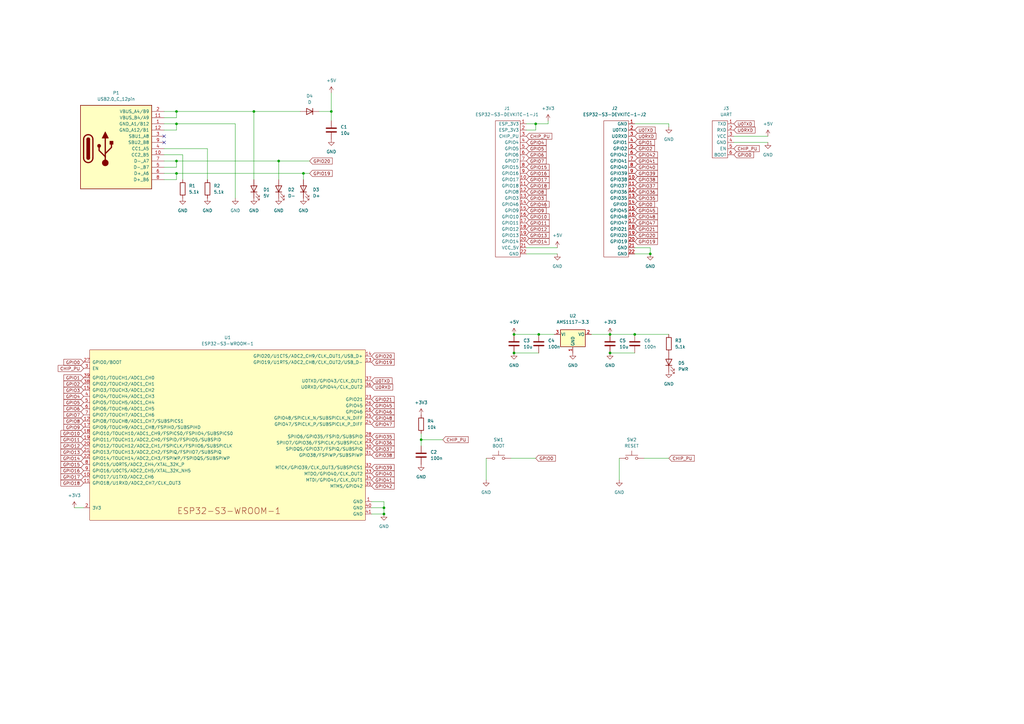
<source format=kicad_sch>
(kicad_sch (version 20211123) (generator eeschema)
  (paper "A3")
  (lib_symbols
    (symbol "$74th:USB2.0_C_12pin" (pin_names (offset 1.016))
      (property "Reference" "P" (at -10.16 19.05 0))
      (property "Value" "USB2.0_C_12pin" (at 12.7 19.05 0))
      (symbol "USB2.0_C_12pin_0_1"
        (rectangle (start -19.05 17.78) (end 10.16 -16.51) (stroke (width 0.254)) (fill (type background)))
        (arc (start -17.78 -3.81) (mid -15.875 -5.715) (end -13.97 -3.81) (stroke (width 0.508)))
        (arc (start -16.51 -3.81) (mid -15.875 -4.445) (end -15.24 -3.81) (stroke (width 0.254)))
        (arc (start -16.51 -3.81) (mid -15.875 -4.445) (end -15.24 -3.81) (stroke (width 0.254)) (fill (type outline)))
        (rectangle (start -16.51 -3.81) (end -15.24 3.81) (stroke (width 0.254)) (fill (type outline)))
        (arc (start -15.24 3.81) (mid -15.875 4.445) (end -16.51 3.81) (stroke (width 0.254)))
        (arc (start -15.24 3.81) (mid -15.875 4.445) (end -16.51 3.81) (stroke (width 0.254)) (fill (type outline)))
        (arc (start -13.97 3.81) (mid -15.875 5.715) (end -17.78 3.81) (stroke (width 0.508)))
        (circle (center -11.43 1.143) (radius 0.635) (stroke (width 0.254)) (fill (type outline)))
        (circle (center -8.89 -5.842) (radius 1.27) (fill (type outline)))
        (rectangle (start -6.985 1.778) (end -5.715 3.048) (stroke (width 0.254)) (fill (type outline)))
        (polyline (pts (xy -17.78 -3.81) (xy -17.78 3.81)) (stroke (width 0.508)))
        (polyline (pts (xy -13.97 3.81) (xy -13.97 -3.81)) (stroke (width 0.508)))
        (polyline (pts (xy -8.89 -5.842) (xy -8.89 4.318)) (stroke (width 0.508)))
        (polyline (pts (xy -8.89 -3.302) (xy -11.43 -0.762) (xy -11.43 0.508)) (stroke (width 0.508)))
        (polyline (pts (xy -8.89 -2.032) (xy -6.35 0.508) (xy -6.35 1.778)) (stroke (width 0.508)))
        (polyline (pts (xy -10.16 4.318) (xy -8.89 6.858) (xy -7.62 4.318) (xy -10.16 4.318)) (stroke (width 0.254)) (fill (type outline)))
      )
      (symbol "USB2.0_C_12pin_1_1"
        (pin power_out line (at 15.24 10.16 180) (length 5.08) (name "GND_A1/B12") (number "1"))
        (pin passive line (at 15.24 -2.54 180) (length 5.08) (name "CC2_B5") (number "10"))
        (pin power_out line (at 15.24 12.7 180) (length 5.08) (name "VBUS_B4/A9") (number "11"))
        (pin power_out line (at 15.24 7.62 180) (length 5.08) (name "GND_A12/B1") (number "12"))
        (pin power_out line (at 15.24 15.24 180) (length 5.08) (name "VBUS_A4/B9") (number "2"))
        (pin passive line (at 15.24 5.08 180) (length 5.08) (name "SBU1_A8") (number "3"))
        (pin passive line (at 15.24 0 180) (length 5.08) (name "CC1_A5") (number "4"))
        (pin bidirectional line (at 15.24 -7.62 180) (length 5.08) (name "D-_B7") (number "5"))
        (pin bidirectional line (at 15.24 -10.16 180) (length 5.08) (name "D+_A6") (number "6"))
        (pin bidirectional line (at 15.24 -5.08 180) (length 5.08) (name "D-_A7") (number "7"))
        (pin bidirectional line (at 15.24 -12.7 180) (length 5.08) (name "D+_B6") (number "8"))
        (pin passive line (at 15.24 2.54 180) (length 5.08) (name "SBU2_B8") (number "9"))
      )
    )
    (symbol "Device:C" (pin_numbers hide) (pin_names (offset 0.254))
      (property "Reference" "C" (at 0.635 2.54 0))
      (property "Value" "C" (at 0.635 -2.54 0))
      (symbol "C_0_1"
        (polyline (pts (xy -2.032 -0.762) (xy 2.032 -0.762)) (stroke (width 0.508)))
        (polyline (pts (xy -2.032 0.762) (xy 2.032 0.762)) (stroke (width 0.508)))
      )
      (symbol "C_1_1"
        (pin passive line (at 0 3.81 270) (length 2.794) (name "~") (number "1"))
        (pin passive line (at 0 -3.81 90) (length 2.794) (name "~") (number "2"))
      )
    )
    (symbol "Device:D" (pin_numbers hide) (pin_names (offset 1.016) hide)
      (property "Reference" "D" (at 0 2.54 0))
      (property "Value" "D" (at 0 -2.54 0))
      (symbol "D_0_1"
        (polyline (pts (xy -1.27 1.27) (xy -1.27 -1.27)) (stroke (width 0.254)))
        (polyline (pts (xy 1.27 0) (xy -1.27 0)))
        (polyline (pts (xy 1.27 1.27) (xy 1.27 -1.27) (xy -1.27 0) (xy 1.27 1.27)) (stroke (width 0.254)))
      )
      (symbol "D_1_1"
        (pin passive line (at -3.81 0 0) (length 2.54) (name "K") (number "1"))
        (pin passive line (at 3.81 0 180) (length 2.54) (name "A") (number "2"))
      )
    )
    (symbol "Device:LED" (pin_numbers hide) (pin_names (offset 1.016) hide)
      (property "Reference" "D" (at 0 2.54 0))
      (property "Value" "LED" (at 0 -2.54 0))
      (symbol "LED_0_1"
        (polyline (pts (xy -1.27 -1.27) (xy -1.27 1.27)) (stroke (width 0.254)))
        (polyline (pts (xy -1.27 0) (xy 1.27 0)))
        (polyline (pts (xy 1.27 -1.27) (xy 1.27 1.27) (xy -1.27 0) (xy 1.27 -1.27)) (stroke (width 0.254)))
        (polyline (pts (xy -3.048 -0.762) (xy -4.572 -2.286) (xy -3.81 -2.286) (xy -4.572 -2.286) (xy -4.572 -1.524)))
        (polyline (pts (xy -1.778 -0.762) (xy -3.302 -2.286) (xy -2.54 -2.286) (xy -3.302 -2.286) (xy -3.302 -1.524)))
      )
      (symbol "LED_1_1"
        (pin passive line (at -3.81 0 0) (length 2.54) (name "K") (number "1"))
        (pin passive line (at 3.81 0 180) (length 2.54) (name "A") (number "2"))
      )
    )
    (symbol "Device:R" (pin_numbers hide) (pin_names (offset 0))
      (property "Reference" "R" (at 2.032 0 90))
      (property "Value" "R" (at 0 0 90))
      (symbol "R_0_1"
        (rectangle (start -1.016 -2.54) (end 1.016 2.54) (stroke (width 0.254)))
      )
      (symbol "R_1_1"
        (pin passive line (at 0 3.81 270) (length 1.27) (name "~") (number "1"))
        (pin passive line (at 0 -3.81 90) (length 1.27) (name "~") (number "2"))
      )
    )
    (symbol "Espressif:ESP32-S3-WROOM-1" (pin_names (offset 1.016))
      (property "Reference" "U" (at 0 35.56 0))
      (property "Value" "ESP32-S3-WROOM-1" (at 0 -36.83 0))
      (symbol "ESP32-S3-WROOM-1_0_0"
        (rectangle (start -57.15 34.29) (end 55.88 -35.56) (fill (type background)))
        (text "ESP32-S3-WROOM-1" (at 0 -31.75 0) (effects (font (size 2.54 2.54))))
        (pin power_in line (at 58.42 -27.94 180) (length 2.54) (name "GND") (number "1"))
        (pin bidirectional line (at -59.69 -17.78 0) (length 2.54) (name "GPIO17/U1TXD/ADC2_CH6") (number "10"))
        (pin bidirectional line (at -59.69 -20.32 0) (length 2.54) (name "GPIO18/U1RXD/ADC2_CH7/CLK_OUT3") (number "11"))
        (pin bidirectional line (at -59.69 5.08 0) (length 2.54) (name "GPIO8/TOUCH8/ADC1_CH7/SUBSPICS1") (number "12"))
        (pin bidirectional line (at 58.42 29.21 180) (length 2.54) (name "GPIO19/U1RTS/ADC2_CH8/CLK_OUT2/USB_D-") (number "13"))
        (pin bidirectional line (at 58.42 31.75 180) (length 2.54) (name "GPIO20/U1CTS/ADC2_CH9/CLK_OUT1/USB_D+") (number "14"))
        (pin bidirectional line (at -59.69 17.78 0) (length 2.54) (name "GPIO3/TOUCH3/ADC1_CH2") (number "15"))
        (pin bidirectional line (at 58.42 8.89 180) (length 2.54) (name "GPIO46") (number "16"))
        (pin bidirectional line (at -59.69 2.54 0) (length 2.54) (name "GPIO9/TOUCH9/ADC1_CH8/FSPIHD/SUBSPIHD") (number "17"))
        (pin bidirectional line (at -59.69 0 0) (length 2.54) (name "GPIO10/TOUCH10/ADC1_CH9/FSPICS0/FSPIIO4/SUBSPICS0") (number "18"))
        (pin bidirectional line (at -59.69 -2.54 0) (length 2.54) (name "GPIO11/TOUCH11/ADC2_CH0/FSPID/FSPIIO5/SUBSPID") (number "19"))
        (pin power_in line (at -59.69 -30.48 0) (length 2.54) (name "3V3") (number "2"))
        (pin bidirectional line (at -59.69 -5.08 0) (length 2.54) (name "GPIO12/TOUCH12/ADC2_CH1/FSPICLK/FSPIIO6/SUBSPICLK") (number "20"))
        (pin bidirectional line (at -59.69 -7.62 0) (length 2.54) (name "GPIO13/TOUCH13/ADC2_CH2/FSPIQ/FSPIIO7/SUBSPIQ") (number "21"))
        (pin bidirectional line (at -59.69 -10.16 0) (length 2.54) (name "GPIO14/TOUCH14/ADC2_CH3/FSPIWP/FSPIDQS/SUBSPIWP") (number "22"))
        (pin bidirectional line (at 58.42 13.97 180) (length 2.54) (name "GPIO21") (number "23"))
        (pin bidirectional line (at 58.42 3.81 180) (length 2.54) (name "GPIO47/SPICLK_P/SUBSPICLK_P_DIFF") (number "24"))
        (pin bidirectional line (at 58.42 6.35 180) (length 2.54) (name "GPIO48/SPICLK_N/SUBSPICLK_N_DIFF") (number "25"))
        (pin bidirectional line (at 58.42 11.43 180) (length 2.54) (name "GPIO45") (number "26"))
        (pin bidirectional line (at -59.69 29.21 0) (length 2.54) (name "GPIO0/BOOT") (number "27"))
        (pin bidirectional line (at 58.42 -1.27 180) (length 2.54) (name "SPIIO6/GPIO35/FSPID/SUBSPID") (number "28"))
        (pin bidirectional line (at 58.42 -3.81 180) (length 2.54) (name "SPIIO7/GPIO36/FSPICLK/SUBSPICLK") (number "29"))
        (pin input line (at -59.69 26.67 0) (length 2.54) (name "EN") (number "3"))
        (pin bidirectional line (at 58.42 -6.35 180) (length 2.54) (name "SPIDQS/GPIO37/FSPIQ/SUBSPIQ") (number "30"))
        (pin bidirectional line (at 58.42 -8.89 180) (length 2.54) (name "GPIO38/FSPIWP/SUBSPIWP") (number "31"))
        (pin bidirectional line (at 58.42 -13.97 180) (length 2.54) (name "MTCK/GPIO39/CLK_OUT3/SUBSPICS1") (number "32"))
        (pin bidirectional line (at 58.42 -16.51 180) (length 2.54) (name "MTDO/GPIO40/CLK_OUT2") (number "33"))
        (pin bidirectional line (at 58.42 -19.05 180) (length 2.54) (name "MTDI/GPIO41/CLK_OUT1") (number "34"))
        (pin bidirectional line (at 58.42 -21.59 180) (length 2.54) (name "MTMS/GPIO42") (number "35"))
        (pin bidirectional line (at 58.42 19.05 180) (length 2.54) (name "U0RXD/GPIO44/CLK_OUT2") (number "36"))
        (pin bidirectional line (at 58.42 21.59 180) (length 2.54) (name "U0TXD/GPIO43/CLK_OUT1") (number "37"))
        (pin bidirectional line (at -59.69 20.32 0) (length 2.54) (name "GPIO2/TOUCH2/ADC1_CH1") (number "38"))
        (pin bidirectional line (at -59.69 22.86 0) (length 2.54) (name "GPIO1/TOUCH1/ADC1_CH0") (number "39"))
        (pin bidirectional line (at -59.69 15.24 0) (length 2.54) (name "GPIO4/TOUCH4/ADC1_CH3") (number "4"))
        (pin power_in line (at 58.42 -30.48 180) (length 2.54) (name "GND") (number "40"))
        (pin power_in line (at 58.42 -33.02 180) (length 2.54) (name "GND") (number "41"))
        (pin bidirectional line (at -59.69 12.7 0) (length 2.54) (name "GPIO5/TOUCH5/ADC1_CH4") (number "5"))
        (pin bidirectional line (at -59.69 10.16 0) (length 2.54) (name "GPIO6/TOUCH6/ADC1_CH5") (number "6"))
        (pin bidirectional line (at -59.69 7.62 0) (length 2.54) (name "GPIO7/TOUCH7/ADC1_CH6") (number "7"))
        (pin bidirectional line (at -59.69 -12.7 0) (length 2.54) (name "GPIO15/U0RTS/ADC2_CH4/XTAL_32K_P") (number "8"))
        (pin bidirectional line (at -59.69 -15.24 0) (length 2.54) (name "GPIO16/U0CTS/ADC2_CH5/XTAL_32K_NH5") (number "9"))
      )
    )
    (symbol "Regulator_Linear:AMS1117-3.3" (pin_names (offset 0.254))
      (property "Reference" "U" (at -3.81 3.175 0))
      (property "Value" "AMS1117-3.3" (at 0 3.175 0))
      (symbol "AMS1117-3.3_0_1"
        (rectangle (start -5.08 -5.08) (end 5.08 1.905) (stroke (width 0.254)) (fill (type background)))
      )
      (symbol "AMS1117-3.3_1_1"
        (pin power_in line (at 0 -7.62 90) (length 2.54) (name "GND") (number "1"))
        (pin power_out line (at 7.62 0 180) (length 2.54) (name "VO") (number "2"))
        (pin power_in line (at -7.62 0 0) (length 2.54) (name "VI") (number "3"))
      )
    )
    (symbol "Switch:SW_Push" (pin_numbers hide) (pin_names (offset 1.016) hide)
      (property "Reference" "SW" (at 1.27 2.54 0))
      (property "Value" "SW_Push" (at 0 -1.524 0))
      (symbol "SW_Push_0_1"
        (circle (center -2.032 0) (radius 0.508))
        (polyline (pts (xy 0 1.27) (xy 0 3.048)))
        (polyline (pts (xy 2.54 1.27) (xy -2.54 1.27)))
        (circle (center 2.032 0) (radius 0.508))
        (pin passive line (at -5.08 0 0) (length 2.54) (name "1") (number "1"))
        (pin passive line (at 5.08 0 180) (length 2.54) (name "2") (number "2"))
      )
    )
    (symbol "esp32-dev-boards:ESP32-S3-DEVKITC-1-J1"
      (property "Reference" "J" (at 0 1.905 0))
      (property "Value" "ESP32-S3-DEVKITC-1-J1" (at 0 5.08 0))
      (symbol "ESP32-S3-DEVKITC-1-J1_0_1"
        (rectangle (start -5.08 0) (end 5.08 -55.88) (stroke (width 0.1524)))
      )
      (symbol "ESP32-S3-DEVKITC-1-J1_1_1"
        (pin power_out line (at 7.62 -1.27 180) (length 2.54) (name "ESP_3V3") (number "1"))
        (pin bidirectional line (at 7.62 -24.13 180) (length 2.54) (name "GPIO17") (number "10"))
        (pin bidirectional line (at 7.62 -26.67 180) (length 2.54) (name "GPIO18") (number "11"))
        (pin bidirectional line (at 7.62 -29.21 180) (length 2.54) (name "GPIO8") (number "12"))
        (pin bidirectional line (at 7.62 -31.75 180) (length 2.54) (name "GPIO3") (number "13"))
        (pin bidirectional line (at 7.62 -34.29 180) (length 2.54) (name "GPIO46") (number "14"))
        (pin bidirectional line (at 7.62 -36.83 180) (length 2.54) (name "GPIO9") (number "15"))
        (pin bidirectional line (at 7.62 -39.37 180) (length 2.54) (name "GPIO10") (number "16"))
        (pin bidirectional line (at 7.62 -41.91 180) (length 2.54) (name "GPIO11") (number "17"))
        (pin bidirectional line (at 7.62 -44.45 180) (length 2.54) (name "GPIO12") (number "18"))
        (pin bidirectional line (at 7.62 -46.99 180) (length 2.54) (name "GPIO13") (number "19"))
        (pin power_out line (at 7.62 -3.81 180) (length 2.54) (name "ESP_3V3") (number "2"))
        (pin bidirectional line (at 7.62 -49.53 180) (length 2.54) (name "GPIO14") (number "20"))
        (pin power_out line (at 7.62 -52.07 180) (length 2.54) (name "VCC_5V") (number "21"))
        (pin power_out line (at 7.62 -54.61 180) (length 2.54) (name "GND") (number "22"))
        (pin input line (at 7.62 -6.35 180) (length 2.54) (name "CHIP_PU") (number "3"))
        (pin bidirectional line (at 7.62 -8.89 180) (length 2.54) (name "GPIO4") (number "4"))
        (pin bidirectional line (at 7.62 -11.43 180) (length 2.54) (name "GPIO5") (number "5"))
        (pin bidirectional line (at 7.62 -13.97 180) (length 2.54) (name "GPIO6") (number "6"))
        (pin bidirectional line (at 7.62 -16.51 180) (length 2.54) (name "GPIO7") (number "7"))
        (pin bidirectional line (at 7.62 -19.05 180) (length 2.54) (name "GPIO15") (number "8"))
        (pin bidirectional line (at 7.62 -21.59 180) (length 2.54) (name "GPIO16") (number "9"))
      )
    )
    (symbol "esp32-dev-boards:ESP32-S3-DEVKITC-1-J2"
      (property "Reference" "J" (at 1.905 1.905 0))
      (property "Value" "ESP32-S3-DEVKITC-1-J2" (at 1.905 4.445 0))
      (symbol "ESP32-S3-DEVKITC-1-J2_0_1"
        (rectangle (start -5.08 0) (end 5.08 -55.88) (stroke (width 0.1524)))
      )
      (symbol "ESP32-S3-DEVKITC-1-J2_1_1"
        (pin power_out line (at 7.62 -1.27 180) (length 2.54) (name "GND") (number "1"))
        (pin bidirectional line (at 7.62 -24.13 180) (length 2.54) (name "GPIO38") (number "10"))
        (pin bidirectional line (at 7.62 -26.67 180) (length 2.54) (name "GPIO37") (number "11"))
        (pin bidirectional line (at 7.62 -29.21 180) (length 2.54) (name "GPIO36") (number "12"))
        (pin bidirectional line (at 7.62 -31.75 180) (length 2.54) (name "GPIO35") (number "13"))
        (pin bidirectional line (at 7.62 -34.29 180) (length 2.54) (name "GPIO0") (number "14"))
        (pin bidirectional line (at 7.62 -36.83 180) (length 2.54) (name "GPIO45") (number "15"))
        (pin bidirectional line (at 7.62 -39.37 180) (length 2.54) (name "GPIO48") (number "16"))
        (pin bidirectional line (at 7.62 -41.91 180) (length 2.54) (name "GPIO47") (number "17"))
        (pin bidirectional line (at 7.62 -44.45 180) (length 2.54) (name "GPIO21") (number "18"))
        (pin bidirectional line (at 7.62 -46.99 180) (length 2.54) (name "GPIO20") (number "19"))
        (pin output line (at 7.62 -3.81 180) (length 2.54) (name "U0TXD") (number "2"))
        (pin bidirectional line (at 7.62 -49.53 180) (length 2.54) (name "GPIO19") (number "20"))
        (pin power_out line (at 7.62 -52.07 180) (length 2.54) (name "GND") (number "21"))
        (pin power_out line (at 7.62 -54.61 180) (length 2.54) (name "GND") (number "22"))
        (pin input line (at 7.62 -6.35 180) (length 2.54) (name "U0RXD") (number "3"))
        (pin bidirectional line (at 7.62 -8.89 180) (length 2.54) (name "GPIO1") (number "4"))
        (pin bidirectional line (at 7.62 -11.43 180) (length 2.54) (name "GPIO2") (number "5"))
        (pin bidirectional line (at 7.62 -13.97 180) (length 2.54) (name "GPIO42") (number "6"))
        (pin bidirectional line (at 7.62 -16.51 180) (length 2.54) (name "GPIO41") (number "7"))
        (pin bidirectional line (at 7.62 -19.05 180) (length 2.54) (name "GPIO40") (number "8"))
        (pin bidirectional line (at 7.62 -21.59 180) (length 2.54) (name "GPIO39") (number "9"))
      )
    )
    (symbol "esp32-dev-boards:UART"
      (property "Reference" "J" (at 0 1.27 0))
      (property "Value" "UART" (at 0 2.54 0))
      (symbol "UART_0_1"
        (rectangle (start 2.54 0) (end -3.81 -15.24) (stroke (width 0.1524)))
        (rectangle (start 7.62 -1.27) (end 7.62 -1.27) (stroke (width 0.1524)))
        (rectangle (start 7.62 -1.27) (end 7.62 -1.27) (stroke (width 0.1524)))
      )
      (symbol "UART_1_1"
        (pin output line (at 5.08 -1.27 180) (length 2.54) (name "TXD") (number "1"))
        (pin input line (at 5.08 -3.81 180) (length 2.54) (name "RXD") (number "2"))
        (pin power_in line (at 5.08 -6.35 180) (length 2.54) (name "VCC") (number "3"))
        (pin power_in line (at 5.08 -8.89 180) (length 2.54) (name "GND") (number "4"))
        (pin input line (at 5.08 -11.43 180) (length 2.54) (name "EN") (number "5"))
        (pin input line (at 5.08 -13.97 180) (length 2.54) (name "BOOT") (number "6"))
      )
    )
    (symbol "power:+3V3" (power) (pin_names (offset 0))
      (property "Value" "+3V3" (at 0 3.556 0))
      (symbol "+3V3_0_1"
        (polyline (pts (xy -0.762 1.27) (xy 0 2.54)))
        (polyline (pts (xy 0 0) (xy 0 2.54)))
        (polyline (pts (xy 0 2.54) (xy 0.762 1.27)))
      )
      (symbol "+3V3_1_1"
        (pin power_in line (at 0 0 90) (length 0) hide (name "+3V3") (number "1"))
      )
    )
    (symbol "power:+5V" (power) (pin_names (offset 0))
      (property "Value" "+5V" (at 0 3.556 0))
      (symbol "+5V_0_1"
        (polyline (pts (xy -0.762 1.27) (xy 0 2.54)))
        (polyline (pts (xy 0 0) (xy 0 2.54)))
        (polyline (pts (xy 0 2.54) (xy 0.762 1.27)))
      )
      (symbol "+5V_1_1"
        (pin power_in line (at 0 0 90) (length 0) hide (name "+5V") (number "1"))
      )
    )
    (symbol "power:GND" (power) (pin_names (offset 0))
      (property "Value" "GND" (at 0 -3.81 0))
      (symbol "GND_0_1"
        (polyline (pts (xy 0 0) (xy 0 -1.27) (xy 1.27 -1.27) (xy 0 -2.54) (xy -1.27 -1.27) (xy 0 -1.27)))
      )
      (symbol "GND_1_1"
        (pin power_in line (at 0 0 270) (length 0) hide (name "GND") (number "1"))
      )
    )
  )
  (junction (at 135.89 45.72))
  (junction (at 220.98 137.16))
  (junction (at 72.39 50.8))
  (junction (at 157.48 208.28))
  (junction (at 210.82 144.78))
  (junction (at 210.82 137.16))
  (junction (at 72.39 45.72))
  (junction (at 219.71 50.8))
  (junction (at 250.19 137.16))
  (junction (at 72.39 71.12))
  (junction (at 260.35 137.16))
  (junction (at 104.14 45.72))
  (junction (at 157.48 210.82))
  (junction (at 124.46 71.12))
  (junction (at 172.72 180.34))
  (junction (at 250.19 144.78))
  (junction (at 72.39 66.04))
  (junction (at 114.3 66.04))
  (junction (at 266.7 104.14))
  (no_connect (at 67.31 58.42))
  (no_connect (at 67.31 55.88))
  (wire (pts (xy 152.4 210.82) (xy 157.48 210.82)))
  (wire (pts (xy 135.89 38.1) (xy 135.89 45.72)))
  (wire (pts (xy 67.31 73.66) (xy 72.39 73.66)))
  (wire (pts (xy 210.82 137.16) (xy 220.98 137.16)))
  (wire (pts (xy 260.35 137.16) (xy 274.32 137.16)))
  (wire (pts (xy 67.31 50.8) (xy 72.39 50.8)))
  (wire (pts (xy 264.16 187.96) (xy 274.32 187.96)))
  (wire (pts (xy 67.31 63.5) (xy 74.93 63.5)))
  (wire (pts (xy 67.31 71.12) (xy 72.39 71.12)))
  (wire (pts (xy 242.57 137.16) (xy 250.19 137.16)))
  (wire (pts (xy 260.35 50.8) (xy 274.32 50.8)))
  (wire (pts (xy 215.9 104.14) (xy 228.6 104.14)))
  (wire (pts (xy 67.31 53.34) (xy 72.39 53.34)))
  (wire (pts (xy 215.9 101.6) (xy 228.6 101.6)))
  (wire (pts (xy 300.99 58.42) (xy 314.96 58.42)))
  (wire (pts (xy 152.4 205.74) (xy 157.48 205.74)))
  (wire (pts (xy 219.71 50.8) (xy 224.79 50.8)))
  (wire (pts (xy 72.39 53.34) (xy 72.39 50.8)))
  (wire (pts (xy 210.82 144.78) (xy 220.98 144.78)))
  (wire (pts (xy 215.9 50.8) (xy 219.71 50.8)))
  (wire (pts (xy 135.89 45.72) (xy 135.89 49.53)))
  (wire (pts (xy 72.39 68.58) (xy 72.39 66.04)))
  (wire (pts (xy 224.79 50.8) (xy 224.79 49.53)))
  (wire (pts (xy 172.72 180.34) (xy 181.61 180.34)))
  (wire (pts (xy 260.35 104.14) (xy 266.7 104.14)))
  (wire (pts (xy 250.19 144.78) (xy 260.35 144.78)))
  (wire (pts (xy 250.19 137.16) (xy 260.35 137.16)))
  (wire (pts (xy 172.72 180.34) (xy 172.72 177.8)))
  (wire (pts (xy 67.31 48.26) (xy 72.39 48.26)))
  (wire (pts (xy 260.35 101.6) (xy 266.7 101.6)))
  (wire (pts (xy 72.39 73.66) (xy 72.39 71.12)))
  (wire (pts (xy 72.39 66.04) (xy 114.3 66.04)))
  (wire (pts (xy 254 187.96) (xy 254 196.85)))
  (wire (pts (xy 124.46 71.12) (xy 124.46 73.66)))
  (wire (pts (xy 199.39 187.96) (xy 199.39 196.85)))
  (wire (pts (xy 114.3 66.04) (xy 114.3 73.66)))
  (wire (pts (xy 30.48 208.28) (xy 34.29 208.28)))
  (wire (pts (xy 152.4 208.28) (xy 157.48 208.28)))
  (wire (pts (xy 67.31 45.72) (xy 72.39 45.72)))
  (wire (pts (xy 209.55 187.96) (xy 219.71 187.96)))
  (wire (pts (xy 67.31 60.96) (xy 85.09 60.96)))
  (wire (pts (xy 72.39 50.8) (xy 96.52 50.8)))
  (wire (pts (xy 114.3 66.04) (xy 127 66.04)))
  (wire (pts (xy 124.46 71.12) (xy 127 71.12)))
  (wire (pts (xy 274.32 50.8) (xy 274.32 52.07)))
  (wire (pts (xy 220.98 137.16) (xy 227.33 137.16)))
  (wire (pts (xy 72.39 71.12) (xy 124.46 71.12)))
  (wire (pts (xy 67.31 66.04) (xy 72.39 66.04)))
  (wire (pts (xy 215.9 53.34) (xy 219.71 53.34)))
  (wire (pts (xy 85.09 60.96) (xy 85.09 73.66)))
  (wire (pts (xy 67.31 68.58) (xy 72.39 68.58)))
  (wire (pts (xy 266.7 101.6) (xy 266.7 104.14)))
  (wire (pts (xy 72.39 45.72) (xy 72.39 48.26)))
  (wire (pts (xy 104.14 45.72) (xy 123.19 45.72)))
  (wire (pts (xy 72.39 45.72) (xy 104.14 45.72)))
  (wire (pts (xy 172.72 182.88) (xy 172.72 180.34)))
  (wire (pts (xy 219.71 53.34) (xy 219.71 50.8)))
  (wire (pts (xy 74.93 63.5) (xy 74.93 73.66)))
  (wire (pts (xy 96.52 50.8) (xy 96.52 81.28)))
  (wire (pts (xy 130.81 45.72) (xy 135.89 45.72)))
  (wire (pts (xy 300.99 55.88) (xy 314.96 55.88)))
  (wire (pts (xy 157.48 208.28) (xy 157.48 210.82)))
  (wire (pts (xy 157.48 205.74) (xy 157.48 208.28)))
  (wire (pts (xy 104.14 45.72) (xy 104.14 73.66)))
  (global_label "GPIO11" (shape input) (at 215.9 91.44 0) (property "Intersheet References" "${INTERSHEET_REFS}" (effects hide)))
  (global_label "U0TXD" (shape input) (at 260.35 53.34 0) (property "Intersheet References" "${INTERSHEET_REFS}" (effects hide)))
  (global_label "GPIO35" (shape input) (at 260.35 81.28 0) (property "Intersheet References" "${INTERSHEET_REFS}" (effects hide)))
  (global_label "GPIO39" (shape input) (at 260.35 71.12 0) (property "Intersheet References" "${INTERSHEET_REFS}" (effects hide)))
  (global_label "GPIO2" (shape input) (at 34.29 157.48 180) (property "Intersheet References" "${INTERSHEET_REFS}" (effects hide)))
  (global_label "GPIO19" (shape input) (at 260.35 99.06 0) (property "Intersheet References" "${INTERSHEET_REFS}" (effects hide)))
  (global_label "GPIO0" (shape input) (at 219.71 187.96 0) (property "Intersheet References" "${INTERSHEET_REFS}" (effects hide)))
  (global_label "GPIO18" (shape input) (at 34.29 198.12 180) (property "Intersheet References" "${INTERSHEET_REFS}" (effects hide)))
  (global_label "GPIO42" (shape input) (at 152.4 199.39 0) (property "Intersheet References" "${INTERSHEET_REFS}" (effects hide)))
  (global_label "GPIO2" (shape input) (at 260.35 60.96 0) (property "Intersheet References" "${INTERSHEET_REFS}" (effects hide)))
  (global_label "GPIO20" (shape input) (at 152.4 146.05 0) (property "Intersheet References" "${INTERSHEET_REFS}" (effects hide)))
  (global_label "GPIO38" (shape input) (at 260.35 73.66 0) (property "Intersheet References" "${INTERSHEET_REFS}" (effects hide)))
  (global_label "GPIO14" (shape input) (at 215.9 99.06 0) (property "Intersheet References" "${INTERSHEET_REFS}" (effects hide)))
  (global_label "GPIO41" (shape input) (at 152.4 196.85 0) (property "Intersheet References" "${INTERSHEET_REFS}" (effects hide)))
  (global_label "GPIO3" (shape input) (at 34.29 160.02 180) (property "Intersheet References" "${INTERSHEET_REFS}" (effects hide)))
  (global_label "GPIO5" (shape input) (at 215.9 60.96 0) (property "Intersheet References" "${INTERSHEET_REFS}" (effects hide)))
  (global_label "GPIO19" (shape input) (at 152.4 148.59 0) (property "Intersheet References" "${INTERSHEET_REFS}" (effects hide)))
  (global_label "GPIO41" (shape input) (at 260.35 66.04 0) (property "Intersheet References" "${INTERSHEET_REFS}" (effects hide)))
  (global_label "GPIO14" (shape input) (at 34.29 187.96 180) (property "Intersheet References" "${INTERSHEET_REFS}" (effects hide)))
  (global_label "GPIO48" (shape input) (at 152.4 171.45 0) (property "Intersheet References" "${INTERSHEET_REFS}" (effects hide)))
  (global_label "GPIO16" (shape input) (at 215.9 71.12 0) (property "Intersheet References" "${INTERSHEET_REFS}" (effects hide)))
  (global_label "CHIP_PU" (shape input) (at 181.61 180.34 0) (property "Intersheet References" "${INTERSHEET_REFS}" (effects hide)))
  (global_label "GPIO47" (shape input) (at 260.35 91.44 0) (property "Intersheet References" "${INTERSHEET_REFS}" (effects hide)))
  (global_label "GPIO47" (shape input) (at 152.4 173.99 0) (property "Intersheet References" "${INTERSHEET_REFS}" (effects hide)))
  (global_label "GPIO15" (shape input) (at 215.9 68.58 0) (property "Intersheet References" "${INTERSHEET_REFS}" (effects hide)))
  (global_label "GPIO19" (shape input) (at 127 71.12 0) (property "Intersheet References" "${INTERSHEET_REFS}" (effects hide)))
  (global_label "GPIO12" (shape input) (at 215.9 93.98 0) (property "Intersheet References" "${INTERSHEET_REFS}" (effects hide)))
  (global_label "GPIO10" (shape input) (at 34.29 177.8 180) (property "Intersheet References" "${INTERSHEET_REFS}" (effects hide)))
  (global_label "GPIO37" (shape input) (at 260.35 76.2 0) (property "Intersheet References" "${INTERSHEET_REFS}" (effects hide)))
  (global_label "GPIO17" (shape input) (at 215.9 73.66 0) (property "Intersheet References" "${INTERSHEET_REFS}" (effects hide)))
  (global_label "GPIO20" (shape input) (at 260.35 96.52 0) (property "Intersheet References" "${INTERSHEET_REFS}" (effects hide)))
  (global_label "GPIO46" (shape input) (at 152.4 168.91 0) (property "Intersheet References" "${INTERSHEET_REFS}" (effects hide)))
  (global_label "GPIO48" (shape input) (at 260.35 88.9 0) (property "Intersheet References" "${INTERSHEET_REFS}" (effects hide)))
  (global_label "GPIO6" (shape input) (at 215.9 63.5 0) (property "Intersheet References" "${INTERSHEET_REFS}" (effects hide)))
  (global_label "GPIO21" (shape input) (at 152.4 163.83 0) (property "Intersheet References" "${INTERSHEET_REFS}" (effects hide)))
  (global_label "GPIO45" (shape input) (at 260.35 86.36 0) (property "Intersheet References" "${INTERSHEET_REFS}" (effects hide)))
  (global_label "CHIP_PU" (shape input) (at 34.29 151.13 180) (property "Intersheet References" "${INTERSHEET_REFS}" (effects hide)))
  (global_label "GPIO0" (shape input) (at 260.35 83.82 0) (property "Intersheet References" "${INTERSHEET_REFS}" (effects hide)))
  (global_label "CHIP_PU" (shape input) (at 215.9 55.88 0) (property "Intersheet References" "${INTERSHEET_REFS}" (effects hide)))
  (global_label "GPIO13" (shape input) (at 34.29 185.42 180) (property "Intersheet References" "${INTERSHEET_REFS}" (effects hide)))
  (global_label "GPIO7" (shape input) (at 34.29 170.18 180) (property "Intersheet References" "${INTERSHEET_REFS}" (effects hide)))
  (global_label "GPIO16" (shape input) (at 34.29 193.04 180) (property "Intersheet References" "${INTERSHEET_REFS}" (effects hide)))
  (global_label "GPIO36" (shape input) (at 260.35 78.74 0) (property "Intersheet References" "${INTERSHEET_REFS}" (effects hide)))
  (global_label "GPIO9" (shape input) (at 215.9 86.36 0) (property "Intersheet References" "${INTERSHEET_REFS}" (effects hide)))
  (global_label "U0RXD" (shape input) (at 260.35 55.88 0) (property "Intersheet References" "${INTERSHEET_REFS}" (effects hide)))
  (global_label "GPIO42" (shape input) (at 260.35 63.5 0) (property "Intersheet References" "${INTERSHEET_REFS}" (effects hide)))
  (global_label "GPIO4" (shape input) (at 34.29 162.56 180) (property "Intersheet References" "${INTERSHEET_REFS}" (effects hide)))
  (global_label "GPIO0" (shape input) (at 34.29 148.59 180) (property "Intersheet References" "${INTERSHEET_REFS}" (effects hide)))
  (global_label "GPIO40" (shape input) (at 152.4 194.31 0) (property "Intersheet References" "${INTERSHEET_REFS}" (effects hide)))
  (global_label "GPIO18" (shape input) (at 215.9 76.2 0) (property "Intersheet References" "${INTERSHEET_REFS}" (effects hide)))
  (global_label "GPIO10" (shape input) (at 215.9 88.9 0) (property "Intersheet References" "${INTERSHEET_REFS}" (effects hide)))
  (global_label "GPIO46" (shape input) (at 215.9 83.82 0) (property "Intersheet References" "${INTERSHEET_REFS}" (effects hide)))
  (global_label "GPIO1" (shape input) (at 34.29 154.94 180) (property "Intersheet References" "${INTERSHEET_REFS}" (effects hide)))
  (global_label "U0TXD" (shape input) (at 300.99 50.8 0) (property "Intersheet References" "${INTERSHEET_REFS}" (effects hide)))
  (global_label "GPIO38" (shape input) (at 152.4 186.69 0) (property "Intersheet References" "${INTERSHEET_REFS}" (effects hide)))
  (global_label "GPIO6" (shape input) (at 34.29 167.64 180) (property "Intersheet References" "${INTERSHEET_REFS}" (effects hide)))
  (global_label "GPIO13" (shape input) (at 215.9 96.52 0) (property "Intersheet References" "${INTERSHEET_REFS}" (effects hide)))
  (global_label "GPIO4" (shape input) (at 215.9 58.42 0) (property "Intersheet References" "${INTERSHEET_REFS}" (effects hide)))
  (global_label "GPIO21" (shape input) (at 260.35 93.98 0) (property "Intersheet References" "${INTERSHEET_REFS}" (effects hide)))
  (global_label "CHIP_PU" (shape input) (at 300.99 60.96 0) (property "Intersheet References" "${INTERSHEET_REFS}" (effects hide)))
  (global_label "GPIO3" (shape input) (at 215.9 81.28 0) (property "Intersheet References" "${INTERSHEET_REFS}" (effects hide)))
  (global_label "GPIO39" (shape input) (at 152.4 191.77 0) (property "Intersheet References" "${INTERSHEET_REFS}" (effects hide)))
  (global_label "GPIO11" (shape input) (at 34.29 180.34 180) (property "Intersheet References" "${INTERSHEET_REFS}" (effects hide)))
  (global_label "GPIO9" (shape input) (at 34.29 175.26 180) (property "Intersheet References" "${INTERSHEET_REFS}" (effects hide)))
  (global_label "GPIO45" (shape input) (at 152.4 166.37 0) (property "Intersheet References" "${INTERSHEET_REFS}" (effects hide)))
  (global_label "GPIO40" (shape input) (at 260.35 68.58 0) (property "Intersheet References" "${INTERSHEET_REFS}" (effects hide)))
  (global_label "GPIO5" (shape input) (at 34.29 165.1 180) (property "Intersheet References" "${INTERSHEET_REFS}" (effects hide)))
  (global_label "GPIO37" (shape input) (at 152.4 184.15 0) (property "Intersheet References" "${INTERSHEET_REFS}" (effects hide)))
  (global_label "GPIO35" (shape input) (at 152.4 179.07 0) (property "Intersheet References" "${INTERSHEET_REFS}" (effects hide)))
  (global_label "CHIP_PU" (shape input) (at 274.32 187.96 0) (property "Intersheet References" "${INTERSHEET_REFS}" (effects hide)))
  (global_label "GPIO36" (shape input) (at 152.4 181.61 0) (property "Intersheet References" "${INTERSHEET_REFS}" (effects hide)))
  (global_label "GPIO0" (shape input) (at 300.99 63.5 0) (property "Intersheet References" "${INTERSHEET_REFS}" (effects hide)))
  (global_label "GPIO8" (shape input) (at 215.9 78.74 0) (property "Intersheet References" "${INTERSHEET_REFS}" (effects hide)))
  (global_label "U0RXD" (shape input) (at 152.4 158.75 0) (property "Intersheet References" "${INTERSHEET_REFS}" (effects hide)))
  (global_label "GPIO8" (shape input) (at 34.29 172.72 180) (property "Intersheet References" "${INTERSHEET_REFS}" (effects hide)))
  (global_label "GPIO20" (shape input) (at 127 66.04 0) (property "Intersheet References" "${INTERSHEET_REFS}" (effects hide)))
  (global_label "U0RXD" (shape input) (at 300.99 53.34 0) (property "Intersheet References" "${INTERSHEET_REFS}" (effects hide)))
  (global_label "GPIO12" (shape input) (at 34.29 182.88 180) (property "Intersheet References" "${INTERSHEET_REFS}" (effects hide)))
  (global_label "GPIO7" (shape input) (at 215.9 66.04 0) (property "Intersheet References" "${INTERSHEET_REFS}" (effects hide)))
  (global_label "U0TXD" (shape input) (at 152.4 156.21 0) (property "Intersheet References" "${INTERSHEET_REFS}" (effects hide)))
  (global_label "GPIO17" (shape input) (at 34.29 195.58 180) (property "Intersheet References" "${INTERSHEET_REFS}" (effects hide)))
  (global_label "GPIO15" (shape input) (at 34.29 190.5 180) (property "Intersheet References" "${INTERSHEET_REFS}" (effects hide)))
  (global_label "GPIO1" (shape input) (at 260.35 58.42 0) (property "Intersheet References" "${INTERSHEET_REFS}" (effects hide)))
  (symbol (lib_id "Device:D") (at 127 45.72 180) (unit 1)
    (property "Reference" "D4" (at 127 39.37 0))
    (property "Value" "D" (at 127 41.91 0))
    (property "Footprint" "Diode_SMD:D_SMA" (effects hide))
  )
  (symbol (lib_id "power:GND") (at 234.95 144.78 0) (unit 1)
    (property "Reference" "#PWR018" (effects hide))
    (property "Value" "GND" (at 234.95 149.86 0))
  )
  (symbol (lib_id "Device:R") (at 74.93 77.47 0) (unit 1)
    (property "Reference" "R1" (at 77.47 76.1999 0) (effects (justify left)))
    (property "Value" "5.1k" (at 77.47 78.7399 0) (effects (justify left)))
    (property "Footprint" "Resistor_SMD:R_0805_2012Metric_Pad1.20x1.40mm_HandSolder" (effects hide))
  )
  (symbol (lib_id "power:GND") (at 114.3 81.28 0) (unit 1)
    (property "Reference" "#PWR07" (effects hide))
    (property "Value" "GND" (at 114.3 86.36 0))
  )
  (symbol (lib_id "Device:C") (at 172.72 186.69 0) (unit 1)
    (property "Reference" "C2" (at 176.53 185.4199 0) (effects (justify left)))
    (property "Value" "100n" (at 176.53 187.9599 0) (effects (justify left)))
    (property "Footprint" "Capacitor_SMD:C_0805_2012Metric_Pad1.18x1.45mm_HandSolder" (effects hide))
  )
  (symbol (lib_id "Regulator_Linear:AMS1117-3.3") (at 234.95 137.16 0) (unit 1)
    (property "Reference" "U2" (at 234.95 129.54 0))
    (property "Value" "AMS1117-3.3" (at 234.95 132.08 0))
    (property "Footprint" "Package_TO_SOT_SMD:SOT-223-3_TabPin2" (effects hide))
    (property "Datasheet" "http://www.advanced-monolithic.com/pdf/ds1117.pdf" (effects hide))
  )
  (symbol (lib_id "power:GND") (at 74.93 81.28 0) (unit 1)
    (property "Reference" "#PWR02" (effects hide))
    (property "Value" "GND" (at 74.93 86.36 0))
  )
  (symbol (lib_id "Switch:SW_Push") (at 259.08 187.96 0) (unit 1)
    (property "Reference" "SW2" (at 259.08 180.34 0))
    (property "Value" "RESET" (at 259.08 182.88 0))
    (property "Footprint" "esp32-dev-boards:SKRPABE010" (effects hide))
  )
  (symbol (lib_id "power:GND") (at 85.09 81.28 0) (unit 1)
    (property "Reference" "#PWR03" (effects hide))
    (property "Value" "GND" (at 85.09 86.36 0))
  )
  (symbol (lib_id "Device:LED") (at 274.32 148.59 90) (unit 1)
    (property "Reference" "D5" (at 278.13 148.9074 90) (effects (justify right)))
    (property "Value" "PWR" (at 278.13 151.4474 90) (effects (justify right)))
    (property "Footprint" "LED_SMD:LED_0805_2012Metric_Pad1.15x1.40mm_HandSolder" (effects hide))
  )
  (symbol (lib_id "power:GND") (at 274.32 52.07 0) (unit 1)
    (property "Reference" "#PWR0101" (effects hide))
    (property "Value" "GND" (at 274.32 57.15 0))
  )
  (symbol (lib_id "power:GND") (at 254 196.85 0) (unit 1)
    (property "Reference" "#PWR021" (effects hide))
    (property "Value" "GND" (at 254 201.93 0))
  )
  (symbol (lib_id "Switch:SW_Push") (at 204.47 187.96 0) (unit 1)
    (property "Reference" "SW1" (at 204.47 180.34 0))
    (property "Value" "BOOT" (at 204.47 182.88 0))
    (property "Footprint" "esp32-dev-boards:SKRPABE010" (effects hide))
  )
  (symbol (lib_id "$74th:USB2.0_C_12pin") (at 52.07 60.96 0) (unit 1)
    (property "Reference" "P1" (at 47.625 38.1 0))
    (property "Value" "USB2.0_C_12pin" (at 47.625 40.64 0))
    (property "Footprint" "esp32-dev-boards:USB-C-12-Pin-MidMount" (effects hide))
    (property "Datasheet" "https://www.usb.org/sites/default/files/documents/usb_type-c.zip" (effects hide))
  )
  (symbol (lib_id "esp32-dev-boards:ESP32-S3-DEVKITC-1-J1") (at 208.28 49.53 0) (unit 1)
    (property "Reference" "J1" (at 207.9625 44.45 0))
    (property "Value" "ESP32-S3-DEVKITC-1-J1" (at 207.9625 46.99 0))
    (property "Footprint" "esp32-dev-boards:ESP32-S3-DEVKITC-J1" (effects hide))
  )
  (symbol (lib_id "Device:LED") (at 124.46 77.47 90) (unit 1)
    (property "Reference" "D3" (at 128.27 77.7874 90) (effects (justify right)))
    (property "Value" "D+" (at 128.27 80.3274 90) (effects (justify right)))
    (property "Footprint" "LED_SMD:LED_0805_2012Metric_Pad1.15x1.40mm_HandSolder" (effects hide))
  )
  (symbol (lib_id "power:GND") (at 124.46 81.28 0) (unit 1)
    (property "Reference" "#PWR08" (effects hide))
    (property "Value" "GND" (at 124.46 86.36 0))
  )
  (symbol (lib_id "power:GND") (at 157.48 210.82 0) (unit 1)
    (property "Reference" "#PWR011" (effects hide))
    (property "Value" "GND" (at 157.48 215.9 0))
  )
  (symbol (lib_id "power:GND") (at 228.6 104.14 0) (unit 1)
    (property "Reference" "#PWR017" (effects hide))
    (property "Value" "GND" (at 228.6 109.22 0))
  )
  (symbol (lib_id "power:GND") (at 266.7 104.14 0) (unit 1)
    (property "Reference" "#PWR022" (effects hide))
    (property "Value" "GND" (at 266.7 109.22 0))
  )
  (symbol (lib_id "esp32-dev-boards:UART") (at 295.91 49.53 0) (unit 1)
    (property "Reference" "J3" (at 297.815 44.45 0))
    (property "Value" "UART" (at 297.815 46.99 0))
    (property "Footprint" "esp32-dev-boards:UART" (effects hide))
  )
  (symbol (lib_id "power:GND") (at 96.52 81.28 0) (unit 1)
    (property "Reference" "#PWR05" (effects hide))
    (property "Value" "GND" (at 96.52 86.36 0))
  )
  (symbol (lib_id "Device:R") (at 172.72 173.99 180) (unit 1)
    (property "Reference" "R4" (at 175.26 172.7199 0) (effects (justify right)))
    (property "Value" "10k" (at 175.26 175.2599 0) (effects (justify right)))
    (property "Footprint" "Resistor_SMD:R_0805_2012Metric_Pad1.20x1.40mm_HandSolder" (effects hide))
  )
  (symbol (lib_id "power:GND") (at 314.96 58.42 0) (unit 1)
    (property "Reference" "#PWR025" (effects hide))
    (property "Value" "GND" (at 314.96 63.5 0))
  )
  (symbol (lib_id "Device:C") (at 260.35 140.97 0) (unit 1)
    (property "Reference" "C6" (at 264.16 139.6999 0) (effects (justify left)))
    (property "Value" "100n" (at 264.16 142.2399 0) (effects (justify left)))
    (property "Footprint" "Capacitor_SMD:C_0805_2012Metric_Pad1.18x1.45mm_HandSolder" (effects hide))
  )
  (symbol (lib_id "power:GND") (at 135.89 57.15 0) (unit 1)
    (property "Reference" "#PWR010" (effects hide))
    (property "Value" "GND" (at 135.89 62.23 0))
  )
  (symbol (lib_id "Device:R") (at 85.09 77.47 0) (unit 1)
    (property "Reference" "R2" (at 87.63 76.1999 0) (effects (justify left)))
    (property "Value" "5.1k" (at 87.63 78.7399 0) (effects (justify left)))
    (property "Footprint" "Resistor_SMD:R_0805_2012Metric_Pad1.20x1.40mm_HandSolder" (effects hide))
  )
  (symbol (lib_id "Device:C") (at 135.89 53.34 0) (unit 1)
    (property "Reference" "C1" (at 139.7 52.0699 0) (effects (justify left)))
    (property "Value" "10u" (at 139.7 54.6099 0) (effects (justify left)))
    (property "Footprint" "Capacitor_SMD:C_0805_2012Metric_Pad1.18x1.45mm_HandSolder" (effects hide))
  )
  (symbol (lib_id "Device:C") (at 250.19 140.97 0) (unit 1)
    (property "Reference" "C5" (at 254 139.6999 0) (effects (justify left)))
    (property "Value" "10u" (at 254 142.2399 0) (effects (justify left)))
    (property "Footprint" "Capacitor_SMD:C_0805_2012Metric_Pad1.18x1.45mm_HandSolder" (effects hide))
  )
  (symbol (lib_id "Device:R") (at 274.32 140.97 180) (unit 1)
    (property "Reference" "R3" (at 276.86 139.6999 0) (effects (justify right)))
    (property "Value" "5.1k" (at 276.86 142.2399 0) (effects (justify right)))
    (property "Footprint" "Resistor_SMD:R_0805_2012Metric_Pad1.20x1.40mm_HandSolder" (effects hide))
  )
  (symbol (lib_id "Device:C") (at 210.82 140.97 0) (unit 1)
    (property "Reference" "C3" (at 214.63 139.6999 0) (effects (justify left)))
    (property "Value" "10u" (at 214.63 142.2399 0) (effects (justify left)))
    (property "Footprint" "Capacitor_SMD:C_0805_2012Metric_Pad1.18x1.45mm_HandSolder" (effects hide))
  )
  (symbol (lib_id "power:GND") (at 172.72 190.5 0) (unit 1)
    (property "Reference" "#PWR0102" (effects hide))
    (property "Value" "GND" (at 172.72 195.58 0))
  )
  (symbol (lib_id "power:+5V") (at 314.96 55.88 0) (unit 1)
    (property "Reference" "#PWR024" (effects hide))
    (property "Value" "+5V" (at 314.96 50.8 0))
  )
  (symbol (lib_id "Espressif:ESP32-S3-WROOM-1") (at 93.98 177.8 0) (unit 1)
    (property "Reference" "U1" (at 93.345 138.43 0))
    (property "Value" "ESP32-S3-WROOM-1" (at 93.345 140.97 0))
    (property "Footprint" "Espressif:ESP32-S3-WROOM-1" (effects hide))
  )
  (symbol (lib_id "power:+3V3") (at 30.48 208.28 0) (unit 1)
    (property "Reference" "#PWR01" (effects hide))
    (property "Value" "+3V3" (at 30.48 203.2 0))
  )
  (symbol (lib_id "esp32-dev-boards:ESP32-S3-DEVKITC-1-J2") (at 252.73 49.53 0) (unit 1)
    (property "Reference" "J2" (at 252.095 44.45 0))
    (property "Value" "ESP32-S3-DEVKITC-1-J2" (at 252.095 46.99 0))
    (property "Footprint" "esp32-dev-boards:ESP32-S3-DEVKITC-J2" (effects hide))
  )
  (symbol (lib_id "power:+3V3") (at 224.79 49.53 0) (unit 1)
    (property "Reference" "#PWR015" (effects hide))
    (property "Value" "+3V3" (at 224.79 44.45 0))
  )
  (symbol (lib_id "power:+3V3") (at 250.19 137.16 0) (unit 1)
    (property "Reference" "#PWR019" (effects hide))
    (property "Value" "+3V3" (at 250.19 132.08 0))
  )
  (symbol (lib_id "power:GND") (at 210.82 144.78 0) (unit 1)
    (property "Reference" "#PWR014" (effects hide))
    (property "Value" "GND" (at 210.82 149.86 0))
  )
  (symbol (lib_id "Device:LED") (at 104.14 77.47 90) (unit 1)
    (property "Reference" "D1" (at 107.95 77.7874 90) (effects (justify right)))
    (property "Value" "5V" (at 107.95 80.3274 90) (effects (justify right)))
    (property "Footprint" "LED_SMD:LED_0805_2012Metric_Pad1.15x1.40mm_HandSolder" (effects hide))
  )
  (symbol (lib_id "power:GND") (at 250.19 144.78 0) (unit 1)
    (property "Reference" "#PWR020" (effects hide))
    (property "Value" "GND" (at 250.19 149.86 0))
  )
  (symbol (lib_id "Device:C") (at 220.98 140.97 0) (unit 1)
    (property "Reference" "C4" (at 224.79 139.6999 0) (effects (justify left)))
    (property "Value" "100n" (at 224.79 142.2399 0) (effects (justify left)))
    (property "Footprint" "Capacitor_SMD:C_0805_2012Metric_Pad1.18x1.45mm_HandSolder" (effects hide))
  )
  (symbol (lib_id "power:+3V3") (at 172.72 170.18 0) (unit 1)
    (property "Reference" "#PWR0103" (effects hide))
    (property "Value" "+3V3" (at 172.72 165.1 0))
  )
  (symbol (lib_id "power:+5V") (at 228.6 101.6 0) (unit 1)
    (property "Reference" "#PWR016" (effects hide))
    (property "Value" "+5V" (at 228.6 96.52 0))
  )
  (symbol (lib_id "power:GND") (at 104.14 81.28 0) (unit 1)
    (property "Reference" "#PWR06" (effects hide))
    (property "Value" "GND" (at 104.14 86.36 0))
  )
  (symbol (lib_id "power:GND") (at 274.32 152.4 0) (unit 1)
    (property "Reference" "#PWR023" (effects hide))
    (property "Value" "GND" (at 274.32 157.48 0))
  )
  (symbol (lib_id "power:+5V") (at 210.82 137.16 0) (unit 1)
    (property "Reference" "#PWR013" (effects hide))
    (property "Value" "+5V" (at 210.82 132.08 0))
  )
  (symbol (lib_id "Device:LED") (at 114.3 77.47 90) (unit 1)
    (property "Reference" "D2" (at 118.11 77.7874 90) (effects (justify right)))
    (property "Value" "D-" (at 118.11 80.3274 90) (effects (justify right)))
    (property "Footprint" "LED_SMD:LED_0805_2012Metric_Pad1.15x1.40mm_HandSolder" (effects hide))
  )
  (symbol (lib_id "power:GND") (at 199.39 196.85 0) (unit 1)
    (property "Reference" "#PWR012" (effects hide))
    (property "Value" "GND" (at 199.39 201.93 0))
  )
  (symbol (lib_id "power:+5V") (at 135.89 38.1 0) (unit 1)
    (property "Reference" "#PWR09" (effects hide))
    (property "Value" "+5V" (at 135.89 33.02 0))
  )
)
</source>
